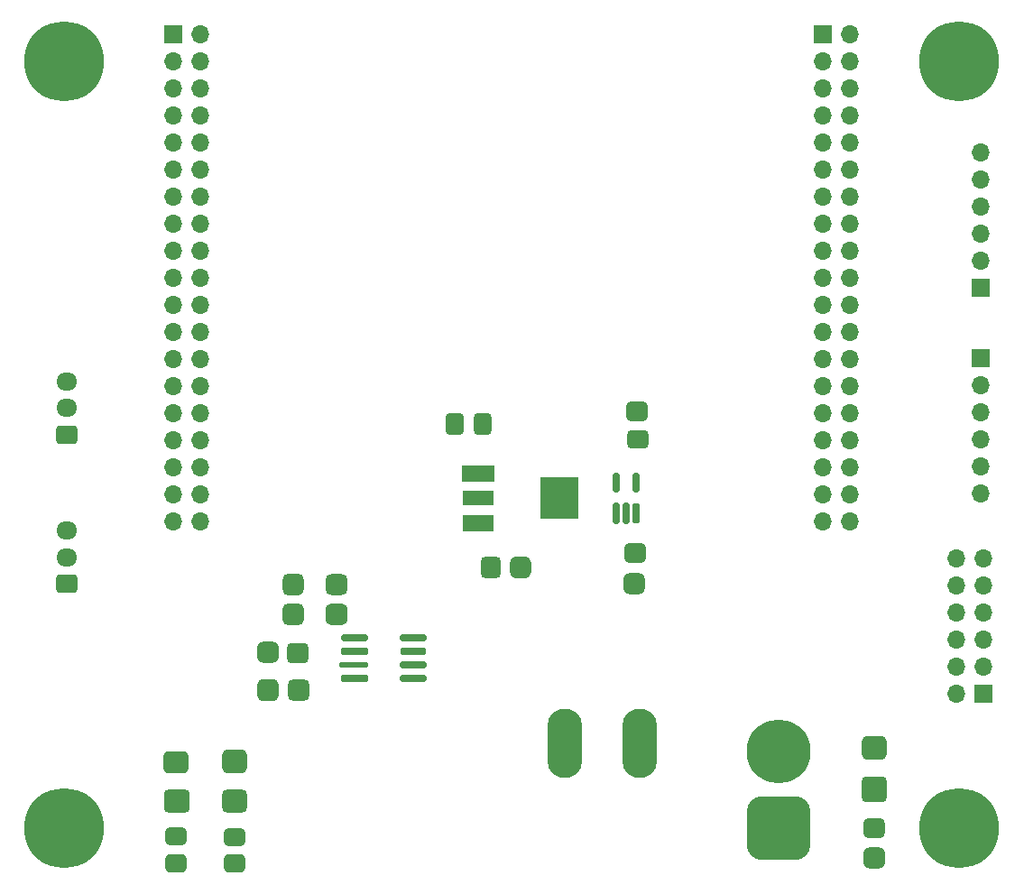
<source format=gbr>
%TF.GenerationSoftware,KiCad,Pcbnew,(6.0.10)*%
%TF.CreationDate,2023-04-26T13:06:59+03:00*%
%TF.ProjectId,KiCAD design,4b694341-4420-4646-9573-69676e2e6b69,rev?*%
%TF.SameCoordinates,Original*%
%TF.FileFunction,Soldermask,Top*%
%TF.FilePolarity,Negative*%
%FSLAX46Y46*%
G04 Gerber Fmt 4.6, Leading zero omitted, Abs format (unit mm)*
G04 Created by KiCad (PCBNEW (6.0.10)) date 2023-04-26 13:06:59*
%MOMM*%
%LPD*%
G01*
G04 APERTURE LIST*
G04 Aperture macros list*
%AMRoundRect*
0 Rectangle with rounded corners*
0 $1 Rounding radius*
0 $2 $3 $4 $5 $6 $7 $8 $9 X,Y pos of 4 corners*
0 Add a 4 corners polygon primitive as box body*
4,1,4,$2,$3,$4,$5,$6,$7,$8,$9,$2,$3,0*
0 Add four circle primitives for the rounded corners*
1,1,$1+$1,$2,$3*
1,1,$1+$1,$4,$5*
1,1,$1+$1,$6,$7*
1,1,$1+$1,$8,$9*
0 Add four rect primitives between the rounded corners*
20,1,$1+$1,$2,$3,$4,$5,0*
20,1,$1+$1,$4,$5,$6,$7,0*
20,1,$1+$1,$6,$7,$8,$9,0*
20,1,$1+$1,$8,$9,$2,$3,0*%
G04 Aperture macros list end*
%ADD10R,1.700000X1.700000*%
%ADD11O,1.700000X1.700000*%
%ADD12RoundRect,0.487500X-0.537500X0.487500X-0.537500X-0.487500X0.537500X-0.487500X0.537500X0.487500X0*%
%ADD13RoundRect,0.487500X-0.562500X0.487500X-0.562500X-0.487500X0.562500X-0.487500X0.562500X0.487500X0*%
%ADD14RoundRect,0.414633X-0.585367X0.435367X-0.585367X-0.435367X0.585367X-0.435367X0.585367X0.435367X0*%
%ADD15RoundRect,0.426829X-0.573171X0.448171X-0.573171X-0.448171X0.573171X-0.448171X0.573171X0.448171X0*%
%ADD16RoundRect,0.151250X1.098750X0.151250X-1.098750X0.151250X-1.098750X-0.151250X1.098750X-0.151250X0*%
%ADD17RoundRect,0.158750X1.091250X0.158750X-1.091250X0.158750X-1.091250X-0.158750X1.091250X-0.158750X0*%
%ADD18RoundRect,0.153750X1.071250X0.153750X-1.071250X0.153750X-1.071250X-0.153750X1.071250X-0.153750X0*%
%ADD19RoundRect,0.148750X1.101250X0.148750X-1.101250X0.148750X-1.101250X-0.148750X1.101250X-0.148750X0*%
%ADD20RoundRect,0.161250X1.113750X0.161250X-1.113750X0.161250X-1.113750X-0.161250X1.113750X-0.161250X0*%
%ADD21RoundRect,0.150000X1.150000X0.150000X-1.150000X0.150000X-1.150000X-0.150000X1.150000X-0.150000X0*%
%ADD22RoundRect,0.146250X1.178750X0.146250X-1.178750X0.146250X-1.178750X-0.146250X1.178750X-0.146250X0*%
%ADD23RoundRect,0.151250X1.148750X0.151250X-1.148750X0.151250X-1.148750X-0.151250X1.148750X-0.151250X0*%
%ADD24RoundRect,0.487500X-0.487500X-0.562500X0.487500X-0.562500X0.487500X0.562500X-0.487500X0.562500X0*%
%ADD25RoundRect,0.500000X-0.525000X-0.500000X0.525000X-0.500000X0.525000X0.500000X-0.525000X0.500000X0*%
%ADD26RoundRect,0.250000X0.725000X-0.600000X0.725000X0.600000X-0.725000X0.600000X-0.725000X-0.600000X0*%
%ADD27O,1.950000X1.700000*%
%ADD28RoundRect,0.425000X0.425000X0.600000X-0.425000X0.600000X-0.425000X-0.600000X0.425000X-0.600000X0*%
%ADD29RoundRect,0.437500X0.437500X0.587500X-0.437500X0.587500X-0.437500X-0.587500X0.437500X-0.587500X0*%
%ADD30RoundRect,0.475000X-0.475000X-0.550000X0.475000X-0.550000X0.475000X0.550000X-0.475000X0.550000X0*%
%ADD31RoundRect,0.487500X-0.487500X-0.512500X0.487500X-0.512500X0.487500X0.512500X-0.487500X0.512500X0*%
%ADD32RoundRect,0.402438X-0.597562X0.422562X-0.597562X-0.422562X0.597562X-0.422562X0.597562X0.422562X0*%
%ADD33R,3.050000X1.550000*%
%ADD34R,2.950000X1.450000*%
%ADD35R,3.650000X3.900000*%
%ADD36R,2.950000X1.550000*%
%ADD37RoundRect,0.475000X-0.550000X0.475000X-0.550000X-0.475000X0.550000X-0.475000X0.550000X0.475000X0*%
%ADD38RoundRect,0.487500X-0.512500X0.487500X-0.512500X-0.487500X0.512500X-0.487500X0.512500X0.487500X0*%
%ADD39RoundRect,0.435000X0.790000X-0.652500X0.790000X0.652500X-0.790000X0.652500X-0.790000X-0.652500X0*%
%ADD40RoundRect,0.415000X0.735000X-0.622500X0.735000X0.622500X-0.735000X0.622500X-0.735000X-0.622500X0*%
%ADD41C,7.500000*%
%ADD42RoundRect,0.463414X-0.536586X0.486586X-0.536586X-0.486586X0.536586X-0.486586X0.536586X0.486586X0*%
%ADD43RoundRect,0.475609X-0.524391X0.499391X-0.524391X-0.499391X0.524391X-0.499391X0.524391X0.499391X0*%
%ADD44RoundRect,0.487804X0.512196X-0.512196X0.512196X0.512196X-0.512196X0.512196X-0.512196X-0.512196X0*%
%ADD45RoundRect,0.475609X0.499391X-0.524391X0.499391X0.524391X-0.499391X0.524391X-0.499391X-0.524391X0*%
%ADD46RoundRect,0.480000X0.720000X-0.732500X0.720000X0.732500X-0.720000X0.732500X-0.720000X-0.732500X0*%
%ADD47RoundRect,0.445000X0.705000X-0.667500X0.705000X0.667500X-0.705000X0.667500X-0.705000X-0.667500X0*%
%ADD48O,3.260000X6.520000*%
%ADD49RoundRect,0.425000X0.750000X-0.637500X0.750000X0.637500X-0.750000X0.637500X-0.750000X-0.637500X0*%
%ADD50RoundRect,0.425000X0.600000X-0.425000X0.600000X0.425000X-0.600000X0.425000X-0.600000X-0.425000X0*%
%ADD51RoundRect,0.462500X0.562500X-0.462500X0.562500X0.462500X-0.562500X0.462500X-0.562500X-0.462500X0*%
%ADD52RoundRect,1.500000X1.500000X-1.500000X1.500000X1.500000X-1.500000X1.500000X-1.500000X-1.500000X0*%
%ADD53C,6.000000*%
%ADD54RoundRect,0.463414X0.561586X0.486586X-0.561586X0.486586X-0.561586X-0.486586X0.561586X-0.486586X0*%
%ADD55RoundRect,0.475609X0.524391X0.499391X-0.524391X0.499391X-0.524391X-0.499391X0.524391X-0.499391X0*%
%ADD56RoundRect,0.150000X0.150000X-0.837500X0.150000X0.837500X-0.150000X0.837500X-0.150000X-0.837500X0*%
%ADD57RoundRect,0.162500X0.162500X-0.800000X0.162500X0.800000X-0.162500X0.800000X-0.162500X-0.800000X0*%
%ADD58RoundRect,0.150000X0.150000X-0.787500X0.150000X0.787500X-0.150000X0.787500X-0.150000X-0.787500X0*%
G04 APERTURE END LIST*
D10*
%TO.C,J204*%
X179200000Y-57500000D03*
D11*
X181740000Y-57500000D03*
X179200000Y-60040000D03*
X181740000Y-60040000D03*
X179200000Y-62580000D03*
X181740000Y-62580000D03*
X179200000Y-65120000D03*
X181740000Y-65120000D03*
X179200000Y-67660000D03*
X181740000Y-67660000D03*
X179200000Y-70200000D03*
X181740000Y-70200000D03*
X179200000Y-72740000D03*
X181740000Y-72740000D03*
X179200000Y-75280000D03*
X181740000Y-75280000D03*
X179200000Y-77820000D03*
X181740000Y-77820000D03*
X179200000Y-80360000D03*
X181740000Y-80360000D03*
X179200000Y-82900000D03*
X181740000Y-82900000D03*
X179200000Y-85440000D03*
X181740000Y-85440000D03*
X179200000Y-87980000D03*
X181740000Y-87980000D03*
X179200000Y-90520000D03*
X181740000Y-90520000D03*
X179200000Y-93060000D03*
X181740000Y-93060000D03*
X179200000Y-95600000D03*
X181740000Y-95600000D03*
X179200000Y-98140000D03*
X181740000Y-98140000D03*
X179200000Y-100680000D03*
X181740000Y-100680000D03*
X179200000Y-103220000D03*
X181740000Y-103220000D03*
%TD*%
D12*
%TO.C,C402*%
X133525000Y-109075000D03*
D13*
X133550000Y-111925000D03*
%TD*%
D10*
%TO.C,J401*%
X194275000Y-119350000D03*
D11*
X191735000Y-119350000D03*
X194275000Y-116810000D03*
X191735000Y-116810000D03*
X194275000Y-114270000D03*
X191735000Y-114270000D03*
X194275000Y-111730000D03*
X191735000Y-111730000D03*
X194275000Y-109190000D03*
X191735000Y-109190000D03*
X194275000Y-106650000D03*
X191735000Y-106650000D03*
%TD*%
D14*
%TO.C,R402*%
X118500000Y-132750000D03*
D15*
X118500000Y-135275000D03*
%TD*%
D16*
%TO.C,U401*%
X140750000Y-117902500D03*
D17*
X140750000Y-116617500D03*
D18*
X140725000Y-115357500D03*
D19*
X140750000Y-114097500D03*
D20*
X135225000Y-114072500D03*
D21*
X135200000Y-115365000D03*
D22*
X135175000Y-116642500D03*
D23*
X135200000Y-117902500D03*
%TD*%
D24*
%TO.C,C401*%
X127075000Y-119000000D03*
D25*
X129975000Y-119000000D03*
%TD*%
D26*
%TO.C,J203*%
X108200000Y-95045001D03*
D27*
X108200000Y-92545001D03*
X108200000Y-90045001D03*
%TD*%
D10*
%TO.C,J206*%
X194000000Y-81270000D03*
D11*
X194000000Y-78730000D03*
X194000000Y-76190000D03*
X194000000Y-73650000D03*
X194000000Y-71110000D03*
X194000000Y-68570000D03*
%TD*%
D28*
%TO.C,C302*%
X147300000Y-94025000D03*
D29*
X144675000Y-94025000D03*
%TD*%
D30*
%TO.C,C301*%
X148000000Y-107500000D03*
D31*
X150825000Y-107525000D03*
%TD*%
D32*
%TO.C,R403*%
X124000000Y-132775000D03*
D15*
X124000000Y-135275000D03*
%TD*%
D33*
%TO.C,U301*%
X146825000Y-98725000D03*
D34*
X146875000Y-100975000D03*
D35*
X154475000Y-100950000D03*
D36*
X146875000Y-103325000D03*
%TD*%
D37*
%TO.C,C303*%
X161525000Y-106175000D03*
D38*
X161500000Y-109000000D03*
%TD*%
D10*
%TO.C,J208*%
X194000000Y-87840000D03*
D11*
X194000000Y-90380000D03*
X194000000Y-92920000D03*
X194000000Y-95460000D03*
X194000000Y-98000000D03*
X194000000Y-100540000D03*
%TD*%
D39*
%TO.C,D402*%
X118525000Y-129462500D03*
D40*
X118500000Y-125787500D03*
%TD*%
D41*
%TO.C,H104*%
X108000000Y-60000000D03*
%TD*%
D10*
%TO.C,J201*%
X118250000Y-57500000D03*
D11*
X120790000Y-57500000D03*
X118250000Y-60040000D03*
X120790000Y-60040000D03*
X118250000Y-62580000D03*
X120790000Y-62580000D03*
X118250000Y-65120000D03*
X120790000Y-65120000D03*
X118250000Y-67660000D03*
X120790000Y-67660000D03*
X118250000Y-70200000D03*
X120790000Y-70200000D03*
X118250000Y-72740000D03*
X120790000Y-72740000D03*
X118250000Y-75280000D03*
X120790000Y-75280000D03*
X118250000Y-77820000D03*
X120790000Y-77820000D03*
X118250000Y-80360000D03*
X120790000Y-80360000D03*
X118250000Y-82900000D03*
X120790000Y-82900000D03*
X118250000Y-85440000D03*
X120790000Y-85440000D03*
X118250000Y-87980000D03*
X120790000Y-87980000D03*
X118250000Y-90520000D03*
X120790000Y-90520000D03*
X118250000Y-93060000D03*
X120790000Y-93060000D03*
X118250000Y-95600000D03*
X120790000Y-95600000D03*
X118250000Y-98140000D03*
X120790000Y-98140000D03*
X118250000Y-100680000D03*
X120790000Y-100680000D03*
X118250000Y-103220000D03*
X120790000Y-103220000D03*
%TD*%
D41*
%TO.C,H102*%
X108000000Y-132000000D03*
%TD*%
D42*
%TO.C,R401*%
X184000000Y-132000000D03*
D43*
X184000000Y-134725000D03*
%TD*%
D44*
%TO.C,R405*%
X129500000Y-111900000D03*
D45*
X129475000Y-109100000D03*
%TD*%
D41*
%TO.C,H103*%
X192000000Y-132000000D03*
%TD*%
D46*
%TO.C,D401*%
X184000000Y-128337500D03*
D47*
X184000000Y-124462500D03*
%TD*%
D48*
%TO.C,SW301*%
X162000000Y-124000000D03*
X155000000Y-124000000D03*
%TD*%
D49*
%TO.C,D403*%
X123975000Y-129437500D03*
D47*
X124000000Y-125712500D03*
%TD*%
D50*
%TO.C,C304*%
X161800000Y-95500000D03*
D51*
X161750000Y-92825000D03*
%TD*%
D52*
%TO.C,J205*%
X175000000Y-132000000D03*
D53*
X175000000Y-124800000D03*
%TD*%
D26*
%TO.C,J202*%
X108200000Y-109045001D03*
D27*
X108200000Y-106545001D03*
X108200000Y-104045001D03*
%TD*%
D54*
%TO.C,R404*%
X129925000Y-115500000D03*
D55*
X127100000Y-115475000D03*
%TD*%
D56*
%TO.C,U302*%
X159775000Y-102412500D03*
X160725000Y-102412500D03*
D57*
X161650000Y-102387500D03*
D58*
X161675000Y-99537500D03*
X159775000Y-99537500D03*
%TD*%
D41*
%TO.C,H101*%
X192000000Y-60000000D03*
%TD*%
M02*

</source>
